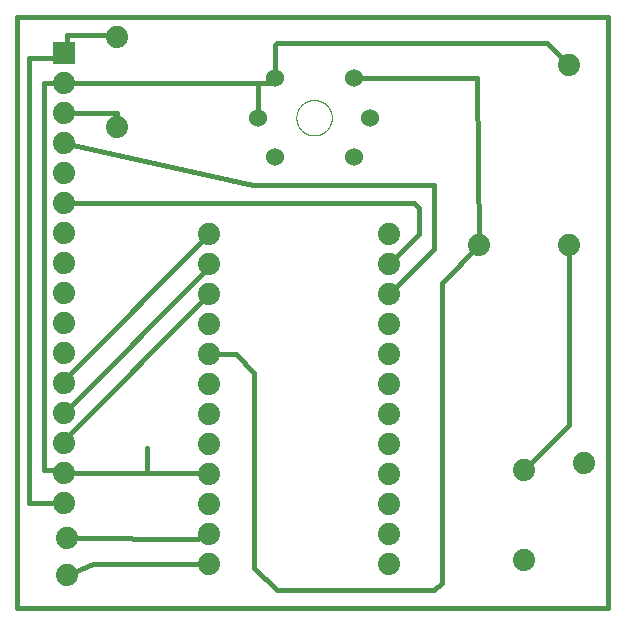
<source format=gbl>
G75*
%MOIN*%
%OFA0B0*%
%FSLAX25Y25*%
%IPPOS*%
%LPD*%
%AMOC8*
5,1,8,0,0,1.08239X$1,22.5*
%
%ADD10C,0.01600*%
%ADD11C,0.07400*%
%ADD12R,0.07400X0.07400*%
%ADD13C,0.06000*%
%ADD14C,0.00000*%
D10*
X0384396Y0099924D02*
X0581247Y0099924D01*
X0581247Y0296774D01*
X0384396Y0296774D01*
X0384396Y0099924D01*
X0400833Y0110750D02*
X0409534Y0114451D01*
X0448333Y0114451D01*
X0444633Y0122719D02*
X0448333Y0124451D01*
X0444633Y0122719D02*
X0400833Y0123250D01*
X0399810Y0134865D02*
X0388333Y0134865D01*
X0388333Y0283250D01*
X0399810Y0283250D01*
X0399810Y0284865D01*
X0400833Y0284865D01*
X0400833Y0290750D01*
X0417664Y0290750D01*
X0417664Y0290002D01*
X0399810Y0274865D02*
X0393333Y0274865D01*
X0393333Y0145750D01*
X0399810Y0145750D01*
X0399810Y0144865D01*
X0427703Y0144865D01*
X0427703Y0153250D01*
X0427703Y0144865D02*
X0448333Y0144865D01*
X0448333Y0144451D01*
X0399810Y0154865D02*
X0399810Y0155928D01*
X0448333Y0204451D01*
X0448333Y0213388D02*
X0399810Y0164865D01*
X0399810Y0174865D02*
X0399810Y0175928D01*
X0448333Y0224451D01*
X0448333Y0214451D02*
X0448333Y0213388D01*
X0461365Y0241085D02*
X0463333Y0240750D01*
X0523333Y0240750D01*
X0523333Y0219451D01*
X0508333Y0204451D01*
X0508333Y0214451D02*
X0518333Y0224451D01*
X0518333Y0233250D01*
X0516719Y0234865D01*
X0399810Y0234865D01*
X0399810Y0254865D02*
X0461365Y0241085D01*
X0464633Y0263250D02*
X0464633Y0274865D01*
X0470144Y0274865D01*
X0470144Y0276439D01*
X0470144Y0287561D01*
X0470833Y0288250D01*
X0560833Y0288250D01*
X0568333Y0280750D01*
X0537644Y0276439D02*
X0538333Y0220750D01*
X0525833Y0208250D01*
X0525833Y0108250D01*
X0523333Y0105750D01*
X0470833Y0105750D01*
X0463333Y0113250D01*
X0463333Y0178250D01*
X0457133Y0184451D01*
X0448333Y0184451D01*
X0553333Y0145750D02*
X0568333Y0160750D01*
X0568333Y0220750D01*
X0537644Y0276439D02*
X0496522Y0276439D01*
X0464633Y0274865D02*
X0399810Y0274865D01*
X0399810Y0264865D02*
X0417664Y0264865D01*
X0417664Y0260002D01*
D11*
X0417664Y0260002D03*
X0399810Y0264865D03*
X0399810Y0274865D03*
X0417664Y0290002D03*
X0399810Y0254865D03*
X0399810Y0244865D03*
X0399810Y0234865D03*
X0399810Y0224865D03*
X0399810Y0214865D03*
X0399810Y0204865D03*
X0399810Y0194865D03*
X0399810Y0184865D03*
X0399810Y0174865D03*
X0399810Y0164865D03*
X0399810Y0154865D03*
X0399810Y0144865D03*
X0399810Y0134865D03*
X0400833Y0123250D03*
X0400833Y0110750D03*
X0448333Y0114451D03*
X0448333Y0124451D03*
X0448333Y0134451D03*
X0448333Y0144451D03*
X0448333Y0154451D03*
X0448333Y0164451D03*
X0448333Y0174451D03*
X0448333Y0184451D03*
X0448333Y0194451D03*
X0448333Y0204451D03*
X0448333Y0214451D03*
X0448333Y0224451D03*
X0508333Y0224451D03*
X0508333Y0214451D03*
X0508333Y0204451D03*
X0508333Y0194451D03*
X0508333Y0184451D03*
X0508333Y0174451D03*
X0508333Y0164451D03*
X0508333Y0154451D03*
X0508333Y0144451D03*
X0508333Y0134451D03*
X0508333Y0124451D03*
X0508333Y0114451D03*
X0553333Y0115750D03*
X0553333Y0145750D03*
X0573333Y0148250D03*
X0568333Y0220750D03*
X0538333Y0220750D03*
X0568333Y0280750D03*
D12*
X0399810Y0284865D03*
D13*
X0464633Y0263250D03*
X0470144Y0250061D03*
X0496522Y0250061D03*
X0502034Y0263250D03*
X0496522Y0276439D03*
X0470144Y0276439D03*
D14*
X0477427Y0263250D02*
X0477429Y0263403D01*
X0477435Y0263557D01*
X0477445Y0263710D01*
X0477459Y0263862D01*
X0477477Y0264015D01*
X0477499Y0264166D01*
X0477524Y0264317D01*
X0477554Y0264468D01*
X0477588Y0264618D01*
X0477625Y0264766D01*
X0477666Y0264914D01*
X0477711Y0265060D01*
X0477760Y0265206D01*
X0477813Y0265350D01*
X0477869Y0265492D01*
X0477929Y0265633D01*
X0477993Y0265773D01*
X0478060Y0265911D01*
X0478131Y0266047D01*
X0478206Y0266181D01*
X0478283Y0266313D01*
X0478365Y0266443D01*
X0478449Y0266571D01*
X0478537Y0266697D01*
X0478628Y0266820D01*
X0478722Y0266941D01*
X0478820Y0267059D01*
X0478920Y0267175D01*
X0479024Y0267288D01*
X0479130Y0267399D01*
X0479239Y0267507D01*
X0479351Y0267612D01*
X0479465Y0267713D01*
X0479583Y0267812D01*
X0479702Y0267908D01*
X0479824Y0268001D01*
X0479949Y0268090D01*
X0480076Y0268177D01*
X0480205Y0268259D01*
X0480336Y0268339D01*
X0480469Y0268415D01*
X0480604Y0268488D01*
X0480741Y0268557D01*
X0480880Y0268622D01*
X0481020Y0268684D01*
X0481162Y0268742D01*
X0481305Y0268797D01*
X0481450Y0268848D01*
X0481596Y0268895D01*
X0481743Y0268938D01*
X0481891Y0268977D01*
X0482040Y0269013D01*
X0482190Y0269044D01*
X0482341Y0269072D01*
X0482492Y0269096D01*
X0482645Y0269116D01*
X0482797Y0269132D01*
X0482950Y0269144D01*
X0483103Y0269152D01*
X0483256Y0269156D01*
X0483410Y0269156D01*
X0483563Y0269152D01*
X0483716Y0269144D01*
X0483869Y0269132D01*
X0484021Y0269116D01*
X0484174Y0269096D01*
X0484325Y0269072D01*
X0484476Y0269044D01*
X0484626Y0269013D01*
X0484775Y0268977D01*
X0484923Y0268938D01*
X0485070Y0268895D01*
X0485216Y0268848D01*
X0485361Y0268797D01*
X0485504Y0268742D01*
X0485646Y0268684D01*
X0485786Y0268622D01*
X0485925Y0268557D01*
X0486062Y0268488D01*
X0486197Y0268415D01*
X0486330Y0268339D01*
X0486461Y0268259D01*
X0486590Y0268177D01*
X0486717Y0268090D01*
X0486842Y0268001D01*
X0486964Y0267908D01*
X0487083Y0267812D01*
X0487201Y0267713D01*
X0487315Y0267612D01*
X0487427Y0267507D01*
X0487536Y0267399D01*
X0487642Y0267288D01*
X0487746Y0267175D01*
X0487846Y0267059D01*
X0487944Y0266941D01*
X0488038Y0266820D01*
X0488129Y0266697D01*
X0488217Y0266571D01*
X0488301Y0266443D01*
X0488383Y0266313D01*
X0488460Y0266181D01*
X0488535Y0266047D01*
X0488606Y0265911D01*
X0488673Y0265773D01*
X0488737Y0265633D01*
X0488797Y0265492D01*
X0488853Y0265350D01*
X0488906Y0265206D01*
X0488955Y0265060D01*
X0489000Y0264914D01*
X0489041Y0264766D01*
X0489078Y0264618D01*
X0489112Y0264468D01*
X0489142Y0264317D01*
X0489167Y0264166D01*
X0489189Y0264015D01*
X0489207Y0263862D01*
X0489221Y0263710D01*
X0489231Y0263557D01*
X0489237Y0263403D01*
X0489239Y0263250D01*
X0489237Y0263097D01*
X0489231Y0262943D01*
X0489221Y0262790D01*
X0489207Y0262638D01*
X0489189Y0262485D01*
X0489167Y0262334D01*
X0489142Y0262183D01*
X0489112Y0262032D01*
X0489078Y0261882D01*
X0489041Y0261734D01*
X0489000Y0261586D01*
X0488955Y0261440D01*
X0488906Y0261294D01*
X0488853Y0261150D01*
X0488797Y0261008D01*
X0488737Y0260867D01*
X0488673Y0260727D01*
X0488606Y0260589D01*
X0488535Y0260453D01*
X0488460Y0260319D01*
X0488383Y0260187D01*
X0488301Y0260057D01*
X0488217Y0259929D01*
X0488129Y0259803D01*
X0488038Y0259680D01*
X0487944Y0259559D01*
X0487846Y0259441D01*
X0487746Y0259325D01*
X0487642Y0259212D01*
X0487536Y0259101D01*
X0487427Y0258993D01*
X0487315Y0258888D01*
X0487201Y0258787D01*
X0487083Y0258688D01*
X0486964Y0258592D01*
X0486842Y0258499D01*
X0486717Y0258410D01*
X0486590Y0258323D01*
X0486461Y0258241D01*
X0486330Y0258161D01*
X0486197Y0258085D01*
X0486062Y0258012D01*
X0485925Y0257943D01*
X0485786Y0257878D01*
X0485646Y0257816D01*
X0485504Y0257758D01*
X0485361Y0257703D01*
X0485216Y0257652D01*
X0485070Y0257605D01*
X0484923Y0257562D01*
X0484775Y0257523D01*
X0484626Y0257487D01*
X0484476Y0257456D01*
X0484325Y0257428D01*
X0484174Y0257404D01*
X0484021Y0257384D01*
X0483869Y0257368D01*
X0483716Y0257356D01*
X0483563Y0257348D01*
X0483410Y0257344D01*
X0483256Y0257344D01*
X0483103Y0257348D01*
X0482950Y0257356D01*
X0482797Y0257368D01*
X0482645Y0257384D01*
X0482492Y0257404D01*
X0482341Y0257428D01*
X0482190Y0257456D01*
X0482040Y0257487D01*
X0481891Y0257523D01*
X0481743Y0257562D01*
X0481596Y0257605D01*
X0481450Y0257652D01*
X0481305Y0257703D01*
X0481162Y0257758D01*
X0481020Y0257816D01*
X0480880Y0257878D01*
X0480741Y0257943D01*
X0480604Y0258012D01*
X0480469Y0258085D01*
X0480336Y0258161D01*
X0480205Y0258241D01*
X0480076Y0258323D01*
X0479949Y0258410D01*
X0479824Y0258499D01*
X0479702Y0258592D01*
X0479583Y0258688D01*
X0479465Y0258787D01*
X0479351Y0258888D01*
X0479239Y0258993D01*
X0479130Y0259101D01*
X0479024Y0259212D01*
X0478920Y0259325D01*
X0478820Y0259441D01*
X0478722Y0259559D01*
X0478628Y0259680D01*
X0478537Y0259803D01*
X0478449Y0259929D01*
X0478365Y0260057D01*
X0478283Y0260187D01*
X0478206Y0260319D01*
X0478131Y0260453D01*
X0478060Y0260589D01*
X0477993Y0260727D01*
X0477929Y0260867D01*
X0477869Y0261008D01*
X0477813Y0261150D01*
X0477760Y0261294D01*
X0477711Y0261440D01*
X0477666Y0261586D01*
X0477625Y0261734D01*
X0477588Y0261882D01*
X0477554Y0262032D01*
X0477524Y0262183D01*
X0477499Y0262334D01*
X0477477Y0262485D01*
X0477459Y0262638D01*
X0477445Y0262790D01*
X0477435Y0262943D01*
X0477429Y0263097D01*
X0477427Y0263250D01*
M02*

</source>
